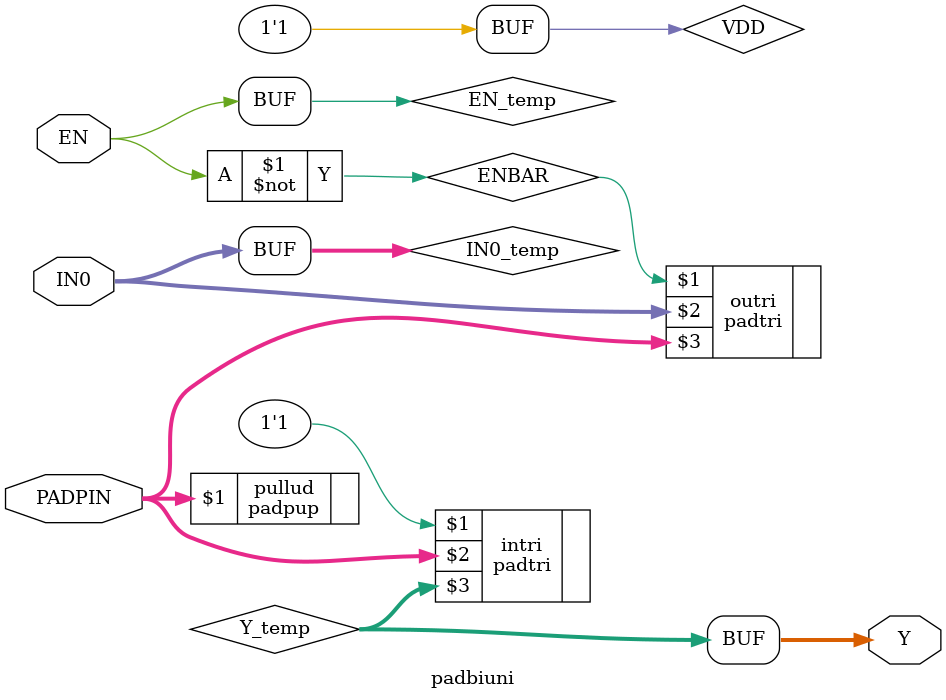
<source format=v>
module padbiuni(EN,IN0,PADPIN,Y);
  parameter M = 7;
  parameter N = 0;
  parameter SLIM_FLAG = 0;
  parameter OUTDRIVE = "4MA";
  parameter LEVEL_SHIFTING = 0;
  parameter SCHMITT_TRIGGER = 0;
  parameter PULL_TYPE = "None";
  parameter
        d_EN_r = 0,
        d_EN_f = 0,
        d_IN0 = 0,
        d_PADPIN = 1,
        d_Y = 1;
  input  EN;
  input [M:N] IN0;
  inout [M:N] PADPIN;
  output [M:N] Y;
  wire  EN_temp;
  wire [M:N] IN0_temp;
  wire [M:N] PADPIN_temp;
  wire [M:N] Y_temp;
  supply1  VDD;
  wire  ENBAR;
  assign #(d_EN_r,d_EN_f) EN_temp = EN;
  assign #(d_IN0) IN0_temp = IN0;
  assign #(d_Y) Y = Y_temp;
  assign
    ENBAR = ( ~ EN_temp);
  padpup #(M,N,PULL_TYPE) pullud (PADPIN);
  padtri #(M,N) outri (ENBAR,IN0_temp,PADPIN);
  padtri #(M,N) intri (VDD,PADPIN,Y_temp);
endmodule

</source>
